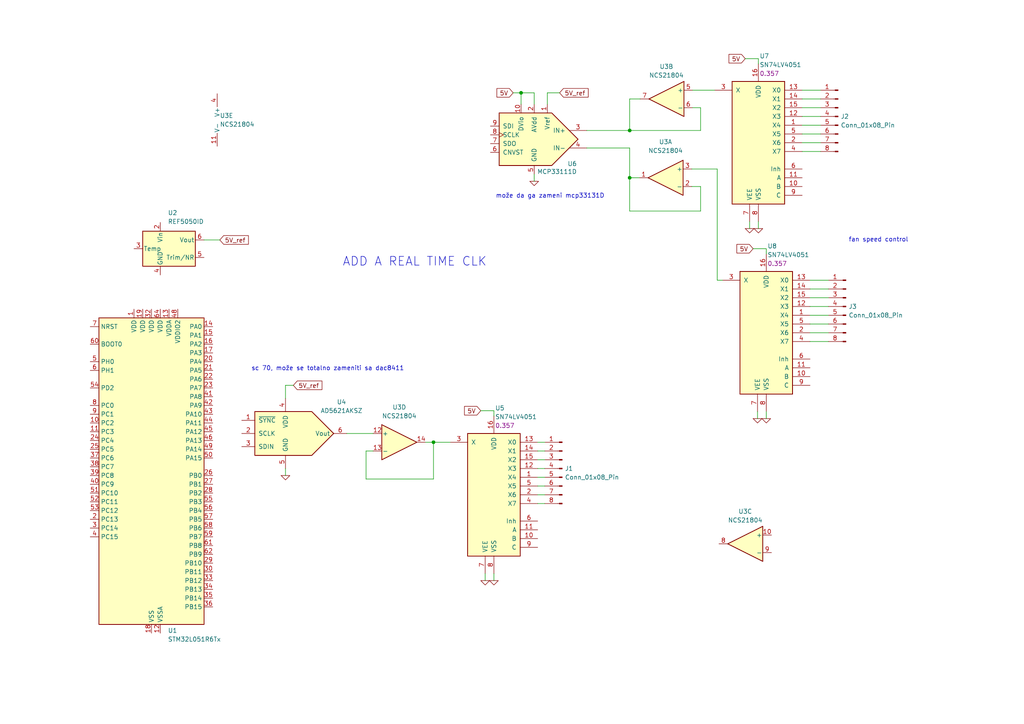
<source format=kicad_sch>
(kicad_sch (version 20230121) (generator eeschema)
  (paper "A4")
  (lib_symbols
    (symbol "Connector:Conn_01x08_Pin" (pin_names (offset 1.016) hide)
      (property "Reference" "J" (at 0 10.16 0))
      (property "Value" "Conn_01x08_Pin" (at 0 -12.7 0))
      (symbol "Conn_01x08_Pin_1_1"
        (polyline (pts (xy 1.27 -10.16) (xy 0.8636 -10.16)) (stroke (width 0.1524)))
        (polyline (pts (xy 1.27 -7.62) (xy 0.8636 -7.62)) (stroke (width 0.1524)))
        (polyline (pts (xy 1.27 -5.08) (xy 0.8636 -5.08)) (stroke (width 0.1524)))
        (polyline (pts (xy 1.27 -2.54) (xy 0.8636 -2.54)) (stroke (width 0.1524)))
        (polyline (pts (xy 1.27 0) (xy 0.8636 0)) (stroke (width 0.1524)))
        (polyline (pts (xy 1.27 2.54) (xy 0.8636 2.54)) (stroke (width 0.1524)))
        (polyline (pts (xy 1.27 5.08) (xy 0.8636 5.08)) (stroke (width 0.1524)))
        (polyline (pts (xy 1.27 7.62) (xy 0.8636 7.62)) (stroke (width 0.1524)))
        (rectangle (start 0.8636 -10.033) (end 0 -10.287) (stroke (width 0.1524)) (fill (type outline)))
        (rectangle (start 0.8636 -7.493) (end 0 -7.747) (stroke (width 0.1524)) (fill (type outline)))
        (rectangle (start 0.8636 -4.953) (end 0 -5.207) (stroke (width 0.1524)) (fill (type outline)))
        (rectangle (start 0.8636 -2.413) (end 0 -2.667) (stroke (width 0.1524)) (fill (type outline)))
        (rectangle (start 0.8636 0.127) (end 0 -0.127) (stroke (width 0.1524)) (fill (type outline)))
        (rectangle (start 0.8636 2.667) (end 0 2.413) (stroke (width 0.1524)) (fill (type outline)))
        (rectangle (start 0.8636 5.207) (end 0 4.953) (stroke (width 0.1524)) (fill (type outline)))
        (rectangle (start 0.8636 7.747) (end 0 7.493) (stroke (width 0.1524)) (fill (type outline)))
        (pin passive line (at 5.08 7.62 180) (length 3.81) (name "Pin_1") (number "1"))
        (pin passive line (at 5.08 5.08 180) (length 3.81) (name "Pin_2") (number "2"))
        (pin passive line (at 5.08 2.54 180) (length 3.81) (name "Pin_3") (number "3"))
        (pin passive line (at 5.08 0 180) (length 3.81) (name "Pin_4") (number "4"))
        (pin passive line (at 5.08 -2.54 180) (length 3.81) (name "Pin_5") (number "5"))
        (pin passive line (at 5.08 -5.08 180) (length 3.81) (name "Pin_6") (number "6"))
        (pin passive line (at 5.08 -7.62 180) (length 3.81) (name "Pin_7") (number "7"))
        (pin passive line (at 5.08 -10.16 180) (length 3.81) (name "Pin_8") (number "8"))
      )
    )
    (symbol "MCU_ST_STM32L0:STM32L051R6Tx"
      (property "Reference" "U" (at -15.24 46.99 0))
      (property "Value" "STM32L051R6Tx" (at 10.16 46.99 0))
      (symbol "STM32L051R6Tx_0_1"
        (rectangle (start -15.24 -43.18) (end 15.24 45.72) (stroke (width 0.254)) (fill (type background)))
      )
      (symbol "STM32L051R6Tx_1_1"
        (pin power_in line (at -5.08 48.26 270) (length 2.54) (name "VDD") (number "1"))
        (pin bidirectional line (at -17.78 15.24 0) (length 2.54) (name "PC2") (number "10"))
        (pin bidirectional line (at -17.78 12.7 0) (length 2.54) (name "PC3") (number "11"))
        (pin power_in line (at 2.54 -45.72 90) (length 2.54) (name "VSSA") (number "12"))
        (pin power_in line (at 5.08 48.26 270) (length 2.54) (name "VDDA") (number "13"))
        (pin bidirectional line (at 17.78 43.18 180) (length 2.54) (name "PA0") (number "14"))
        (pin bidirectional line (at 17.78 40.64 180) (length 2.54) (name "PA1") (number "15"))
        (pin bidirectional line (at 17.78 38.1 180) (length 2.54) (name "PA2") (number "16"))
        (pin bidirectional line (at 17.78 35.56 180) (length 2.54) (name "PA3") (number "17"))
        (pin power_in line (at 0 -45.72 90) (length 2.54) (name "VSS") (number "18"))
        (pin power_in line (at -2.54 48.26 270) (length 2.54) (name "VDD") (number "19"))
        (pin bidirectional line (at -17.78 -12.7 0) (length 2.54) (name "PC13") (number "2"))
        (pin bidirectional line (at 17.78 33.02 180) (length 2.54) (name "PA4") (number "20"))
        (pin bidirectional line (at 17.78 30.48 180) (length 2.54) (name "PA5") (number "21"))
        (pin bidirectional line (at 17.78 27.94 180) (length 2.54) (name "PA6") (number "22"))
        (pin bidirectional line (at 17.78 25.4 180) (length 2.54) (name "PA7") (number "23"))
        (pin bidirectional line (at -17.78 10.16 0) (length 2.54) (name "PC4") (number "24"))
        (pin bidirectional line (at -17.78 7.62 0) (length 2.54) (name "PC5") (number "25"))
        (pin bidirectional line (at 17.78 0 180) (length 2.54) (name "PB0") (number "26"))
        (pin bidirectional line (at 17.78 -2.54 180) (length 2.54) (name "PB1") (number "27"))
        (pin bidirectional line (at 17.78 -5.08 180) (length 2.54) (name "PB2") (number "28"))
        (pin bidirectional line (at 17.78 -25.4 180) (length 2.54) (name "PB10") (number "29"))
        (pin bidirectional line (at -17.78 -15.24 0) (length 2.54) (name "PC14") (number "3"))
        (pin bidirectional line (at 17.78 -27.94 180) (length 2.54) (name "PB11") (number "30"))
        (pin passive line (at 0 -45.72 90) (length 2.54) hide (name "VSS") (number "31"))
        (pin power_in line (at 0 48.26 270) (length 2.54) (name "VDD") (number "32"))
        (pin bidirectional line (at 17.78 -30.48 180) (length 2.54) (name "PB12") (number "33"))
        (pin bidirectional line (at 17.78 -33.02 180) (length 2.54) (name "PB13") (number "34"))
        (pin bidirectional line (at 17.78 -35.56 180) (length 2.54) (name "PB14") (number "35"))
        (pin bidirectional line (at 17.78 -38.1 180) (length 2.54) (name "PB15") (number "36"))
        (pin bidirectional line (at -17.78 5.08 0) (length 2.54) (name "PC6") (number "37"))
        (pin bidirectional line (at -17.78 2.54 0) (length 2.54) (name "PC7") (number "38"))
        (pin bidirectional line (at -17.78 0 0) (length 2.54) (name "PC8") (number "39"))
        (pin bidirectional line (at -17.78 -17.78 0) (length 2.54) (name "PC15") (number "4"))
        (pin bidirectional line (at -17.78 -2.54 0) (length 2.54) (name "PC9") (number "40"))
        (pin bidirectional line (at 17.78 22.86 180) (length 2.54) (name "PA8") (number "41"))
        (pin bidirectional line (at 17.78 20.32 180) (length 2.54) (name "PA9") (number "42"))
        (pin bidirectional line (at 17.78 17.78 180) (length 2.54) (name "PA10") (number "43"))
        (pin bidirectional line (at 17.78 15.24 180) (length 2.54) (name "PA11") (number "44"))
        (pin bidirectional line (at 17.78 12.7 180) (length 2.54) (name "PA12") (number "45"))
        (pin bidirectional line (at 17.78 10.16 180) (length 2.54) (name "PA13") (number "46"))
        (pin passive line (at 0 -45.72 90) (length 2.54) hide (name "VSS") (number "47"))
        (pin power_in line (at 7.62 48.26 270) (length 2.54) (name "VDDIO2") (number "48"))
        (pin bidirectional line (at 17.78 7.62 180) (length 2.54) (name "PA14") (number "49"))
        (pin bidirectional line (at -17.78 33.02 0) (length 2.54) (name "PH0") (number "5"))
        (pin bidirectional line (at 17.78 5.08 180) (length 2.54) (name "PA15") (number "50"))
        (pin bidirectional line (at -17.78 -5.08 0) (length 2.54) (name "PC10") (number "51"))
        (pin bidirectional line (at -17.78 -7.62 0) (length 2.54) (name "PC11") (number "52"))
        (pin bidirectional line (at -17.78 -10.16 0) (length 2.54) (name "PC12") (number "53"))
        (pin bidirectional line (at -17.78 25.4 0) (length 2.54) (name "PD2") (number "54"))
        (pin bidirectional line (at 17.78 -7.62 180) (length 2.54) (name "PB3") (number "55"))
        (pin bidirectional line (at 17.78 -10.16 180) (length 2.54) (name "PB4") (number "56"))
        (pin bidirectional line (at 17.78 -12.7 180) (length 2.54) (name "PB5") (number "57"))
        (pin bidirectional line (at 17.78 -15.24 180) (length 2.54) (name "PB6") (number "58"))
        (pin bidirectional line (at 17.78 -17.78 180) (length 2.54) (name "PB7") (number "59"))
        (pin bidirectional line (at -17.78 30.48 0) (length 2.54) (name "PH1") (number "6"))
        (pin input line (at -17.78 38.1 0) (length 2.54) (name "BOOT0") (number "60"))
        (pin bidirectional line (at 17.78 -20.32 180) (length 2.54) (name "PB8") (number "61"))
        (pin bidirectional line (at 17.78 -22.86 180) (length 2.54) (name "PB9") (number "62"))
        (pin passive line (at 0 -45.72 90) (length 2.54) hide (name "VSS") (number "63"))
        (pin power_in line (at 2.54 48.26 270) (length 2.54) (name "VDD") (number "64"))
        (pin input line (at -17.78 43.18 0) (length 2.54) (name "NRST") (number "7"))
        (pin bidirectional line (at -17.78 20.32 0) (length 2.54) (name "PC0") (number "8"))
        (pin bidirectional line (at -17.78 17.78 0) (length 2.54) (name "PC1") (number "9"))
      )
    )
    (symbol "SPICE_ADC:MCP33111D" (pin_names (offset 1.016))
      (property "Reference" "U" (at 5.08 11.43 0))
      (property "Value" "MCP33111D" (at 5.08 8.89 0))
      (symbol "MCP33111D_0_0"
        (polyline (pts (xy -12.7 0) (xy -5.08 7.62) (xy 10.16 7.62) (xy 10.16 -7.62) (xy -5.08 -7.62) (xy -12.7 0)) (stroke (width 0.254)) (fill (type background)))
      )
      (symbol "MCP33111D_1_1"
        (pin power_in line (at -3.81 10.16 270) (length 2.54) (name "Vref") (number "1"))
        (pin power_in line (at 3.81 10.16 270) (length 2.54) (name "DVio") (number "10"))
        (pin power_in line (at 0 10.16 270) (length 2.54) (name "AVdd") (number "2"))
        (pin input line (at -15.24 2.54 0) (length 5.08) (name "IN+") (number "3"))
        (pin input line (at -15.24 -2.54 0) (length 5.08) (name "IN-") (number "4"))
        (pin power_in line (at 0 -10.16 90) (length 2.54) (name "GND") (number "5"))
        (pin input line (at 12.7 -3.81 180) (length 2.54) (name "CNVST") (number "6"))
        (pin input line (at 12.7 -1.27 180) (length 2.54) (name "SDO") (number "7"))
        (pin input clock (at 12.7 1.27 180) (length 2.54) (name "SCLK") (number "8"))
        (pin output line (at 12.7 3.81 180) (length 2.54) (name "SDI") (number "9"))
      )
    )
    (symbol "SPICE_Analog_Switch:SN74LV4051" (pin_names (offset 1.016))
      (property "Reference" "U" (at -7.62 19.05 0))
      (property "Value" "SN74LV4051" (at -7.62 -19.05 0))
      (property "Price" "0.357" (at 0 0 0))
      (symbol "SN74LV4051_1_0"
        (pin passive line (at -12.7 5.08 0) (length 5.08) (name "X4") (number "1"))
        (pin input line (at -12.7 -12.7 0) (length 5.08) (name "B") (number "10"))
        (pin input line (at -12.7 -10.16 0) (length 5.08) (name "A") (number "11"))
        (pin passive line (at -12.7 7.62 0) (length 5.08) (name "X3") (number "12"))
        (pin passive line (at -12.7 15.24 0) (length 5.08) (name "X0") (number "13"))
        (pin passive line (at -12.7 12.7 0) (length 5.08) (name "X1") (number "14"))
        (pin passive line (at -12.7 10.16 0) (length 5.08) (name "X2") (number "15"))
        (pin power_in line (at 0 22.86 270) (length 5.08) (name "VDD") (number "16"))
        (pin passive line (at -12.7 0 0) (length 5.08) (name "X6") (number "2"))
        (pin passive line (at 12.7 15.24 180) (length 5.08) (name "X") (number "3"))
        (pin passive line (at -12.7 -2.54 0) (length 5.08) (name "X7") (number "4"))
        (pin passive line (at -12.7 2.54 0) (length 5.08) (name "X5") (number "5"))
        (pin input line (at -12.7 -7.62 0) (length 5.08) (name "Inh") (number "6"))
        (pin power_in line (at 2.54 -22.86 90) (length 5.08) (name "VEE") (number "7"))
        (pin power_in line (at 0 -22.86 90) (length 5.08) (name "VSS") (number "8"))
        (pin input line (at -12.7 -15.24 0) (length 5.08) (name "C") (number "9"))
      )
      (symbol "SN74LV4051_1_1"
        (rectangle (start -7.62 17.78) (end 7.62 -17.78) (stroke (width 0.254)) (fill (type background)))
      )
    )
    (symbol "SPICE_DAC:AD5621" (pin_names (offset 1.016))
      (property "Reference" "U" (at -11.43 7.62 0))
      (property "Value" "AD5621AKSZ" (at 0 7.62 0))
      (symbol "AD5621_0_1"
        (polyline (pts (xy -11.43 6.35) (xy 5.08 6.35) (xy 11.43 0) (xy 5.08 -6.35) (xy -11.43 -6.35) (xy -11.43 6.35)) (stroke (width 0.254)) (fill (type background)))
      )
      (symbol "AD5621_1_1"
        (pin input line (at -15.24 3.81 0) (length 3.81) (name "~{SYNC}") (number "1"))
        (pin input line (at -15.24 0 0) (length 3.81) (name "SCLK") (number "2"))
        (pin input line (at -15.24 -3.81 0) (length 3.81) (name "SDIN") (number "3"))
        (pin power_in line (at -2.54 10.16 270) (length 3.81) (name "VDD") (number "4"))
        (pin power_in line (at -2.54 -10.16 90) (length 3.81) (name "GND") (number "5"))
        (pin passive line (at 15.24 0 180) (length 3.81) (name "Vout") (number "6"))
      )
    )
    (symbol "SPICE_opamps:NCS21804" (pin_names (offset 0.127))
      (property "Reference" "U" (at 2.54 6.35 0))
      (property "Value" "NCS21804" (at 2.54 3.81 0))
      (symbol "NCS21804_1_1"
        (polyline (pts (xy 5.08 0) (xy -5.08 5.08) (xy -5.08 -5.08) (xy 5.08 0)) (stroke (width 0.254)) (fill (type background)))
        (pin output line (at 7.62 0 180) (length 2.54) (name "~") (number "1"))
        (pin input line (at -7.62 -2.54 0) (length 2.54) (name "-") (number "2"))
        (pin input line (at -7.62 2.54 0) (length 2.54) (name "+") (number "3"))
      )
      (symbol "NCS21804_2_1"
        (polyline (pts (xy -5.08 5.08) (xy -5.08 -5.08) (xy 5.08 0) (xy -5.08 5.08)) (stroke (width 0.254)) (fill (type background)))
        (pin input line (at -7.62 2.54 0) (length 2.54) (name "+") (number "5"))
        (pin input line (at -7.62 -2.54 0) (length 2.54) (name "-") (number "6"))
        (pin output line (at 7.62 0 180) (length 2.54) (name "~") (number "7"))
      )
      (symbol "NCS21804_3_1"
        (polyline (pts (xy 5.08 0) (xy -5.08 5.08) (xy -5.08 -5.08) (xy 5.08 0)) (stroke (width 0.254)) (fill (type background)))
        (pin input line (at -7.62 2.54 0) (length 2.54) (name "+") (number "10"))
        (pin output line (at 7.62 0 180) (length 2.54) (name "~") (number "8"))
        (pin input line (at -7.62 -2.54 0) (length 2.54) (name "-") (number "9"))
      )
      (symbol "NCS21804_4_1"
        (polyline (pts (xy -5.08 5.08) (xy 5.08 0) (xy -5.08 -5.08) (xy -5.08 5.08)) (stroke (width 0.254)) (fill (type background)))
        (pin input line (at -7.62 2.54 0) (length 2.54) (name "+") (number "12"))
        (pin input line (at -7.62 -2.54 0) (length 2.54) (name "-") (number "13"))
        (pin output line (at 7.62 0 180) (length 2.54) (name "~") (number "14"))
      )
      (symbol "NCS21804_5_1"
        (pin power_in line (at 0 -7.62 90) (length 3.81) (name "V-") (number "11"))
        (pin power_in line (at 0 7.62 270) (length 3.81) (name "V+") (number "4"))
      )
    )
    (symbol "SPICE_voltage_references:REF5050ID" (pin_names (offset 0.254))
      (property "Reference" "U" (at -1.27 8.255 0))
      (property "Value" "REF5050ID" (at -1.27 6.35 0))
      (symbol "REF5050ID_0_1"
        (rectangle (start -7.62 5.08) (end 7.62 -5.08) (stroke (width 0.254)) (fill (type background)))
      )
      (symbol "REF5050ID_1_1"
        (pin no_connect line (at -7.62 2.54 0) (length 2.54) hide (name "DNC") (number "1"))
        (pin power_in line (at -2.54 7.62 270) (length 2.54) (name "Vin") (number "2"))
        (pin passive line (at -10.16 0 0) (length 2.54) (name "Temp") (number "3"))
        (pin power_in line (at -2.54 -7.62 90) (length 2.54) (name "GND") (number "4"))
        (pin passive line (at 10.16 -2.54 180) (length 2.54) (name "Trim/NR") (number "5"))
        (pin power_out line (at 10.16 2.54 180) (length 2.54) (name "Vout") (number "6"))
        (pin no_connect line (at -5.08 -5.08 90) (length 2.54) hide (name "NC") (number "7"))
        (pin no_connect line (at 7.62 0 180) (length 2.54) hide (name "DNC") (number "8"))
      )
    )
    (symbol "Simulation_SPICE:0" (power) (pin_names (offset 0))
      (property "Value" "0" (at 0 -1.778 0))
      (symbol "0_0_1"
        (polyline (pts (xy -1.27 0) (xy 0 -1.27) (xy 1.27 0) (xy -1.27 0)))
      )
      (symbol "0_1_1"
        (pin power_in line (at 0 0 0) (length 0) hide (name "0") (number "1"))
      )
    )
  )
  (junction (at 182.626 37.846))
  (junction (at 151.13 26.924))
  (junction (at 125.73 128.27))
  (junction (at 182.626 51.562))
  (wire (pts (xy 208.026 81.28) (xy 209.55 81.28)))
  (wire (pts (xy 240.284 93.98) (xy 234.95 93.98)))
  (wire (pts (xy 143.256 119.126) (xy 143.256 120.65)))
  (wire (pts (xy 157.988 133.35) (xy 155.956 133.35)))
  (wire (pts (xy 100.584 125.73) (xy 108.204 125.73)))
  (wire (pts (xy 139.446 119.126) (xy 143.256 119.126)))
  (wire (pts (xy 240.284 96.52) (xy 234.95 96.52)))
  (wire (pts (xy 222.25 119.38) (xy 222.25 121.412)))
  (wire (pts (xy 203.2 54.102) (xy 203.2 61.214)))
  (wire (pts (xy 237.998 33.782) (xy 232.664 33.782)))
  (wire (pts (xy 219.964 17.018) (xy 219.964 18.542)))
  (wire (pts (xy 157.988 146.05) (xy 155.956 146.05)))
  (wire (pts (xy 200.66 54.102) (xy 203.2 54.102)))
  (wire (pts (xy 151.13 26.924) (xy 154.94 26.924)))
  (wire (pts (xy 157.988 130.81) (xy 155.956 130.81)))
  (wire (pts (xy 217.424 64.262) (xy 217.424 66.294)))
  (wire (pts (xy 82.804 111.76) (xy 82.804 115.57)))
  (wire (pts (xy 240.284 86.36) (xy 234.95 86.36)))
  (wire (pts (xy 85.09 111.76) (xy 82.804 111.76)))
  (wire (pts (xy 154.94 26.924) (xy 154.94 30.226)))
  (wire (pts (xy 237.998 26.162) (xy 232.664 26.162)))
  (wire (pts (xy 157.988 135.89) (xy 155.956 135.89)))
  (wire (pts (xy 82.804 135.89) (xy 82.804 137.922)))
  (wire (pts (xy 63.754 69.596) (xy 59.182 69.596)))
  (wire (pts (xy 162.306 26.924) (xy 158.75 26.924)))
  (wire (pts (xy 237.998 41.402) (xy 232.664 41.402)))
  (wire (pts (xy 240.284 81.28) (xy 234.95 81.28)))
  (wire (pts (xy 185.674 28.702) (xy 182.626 28.702)))
  (wire (pts (xy 170.18 37.846) (xy 182.626 37.846)))
  (wire (pts (xy 151.13 26.924) (xy 151.13 30.226)))
  (wire (pts (xy 130.556 128.27) (xy 125.73 128.27)))
  (wire (pts (xy 222.25 72.136) (xy 222.25 73.66)))
  (wire (pts (xy 148.844 26.924) (xy 151.13 26.924)))
  (wire (pts (xy 237.998 43.942) (xy 232.664 43.942)))
  (wire (pts (xy 106.172 130.81) (xy 106.172 138.938)))
  (wire (pts (xy 106.172 138.938) (xy 125.73 138.938)))
  (wire (pts (xy 158.75 26.924) (xy 158.75 30.226)))
  (wire (pts (xy 182.626 42.926) (xy 182.626 51.562)))
  (wire (pts (xy 182.626 37.846) (xy 203.2 37.846)))
  (wire (pts (xy 203.2 61.214) (xy 182.626 61.214)))
  (wire (pts (xy 208.026 49.022) (xy 208.026 81.28)))
  (wire (pts (xy 240.284 91.44) (xy 234.95 91.44)))
  (wire (pts (xy 219.71 119.38) (xy 219.71 121.412)))
  (wire (pts (xy 140.716 166.37) (xy 140.716 168.402)))
  (wire (pts (xy 182.626 61.214) (xy 182.626 51.562)))
  (wire (pts (xy 200.914 26.162) (xy 207.264 26.162)))
  (wire (pts (xy 203.2 31.242) (xy 200.914 31.242)))
  (wire (pts (xy 237.998 38.862) (xy 232.664 38.862)))
  (wire (pts (xy 157.988 128.27) (xy 155.956 128.27)))
  (wire (pts (xy 157.988 143.51) (xy 155.956 143.51)))
  (wire (pts (xy 237.998 31.242) (xy 232.664 31.242)))
  (wire (pts (xy 182.626 51.562) (xy 185.42 51.562)))
  (wire (pts (xy 216.154 17.018) (xy 219.964 17.018)))
  (wire (pts (xy 108.204 130.81) (xy 106.172 130.81)))
  (wire (pts (xy 237.998 36.322) (xy 232.664 36.322)))
  (wire (pts (xy 218.44 72.136) (xy 222.25 72.136)))
  (wire (pts (xy 125.73 128.27) (xy 123.444 128.27)))
  (wire (pts (xy 182.626 37.846) (xy 182.626 28.702)))
  (wire (pts (xy 154.94 50.546) (xy 154.94 52.578)))
  (wire (pts (xy 157.988 138.43) (xy 155.956 138.43)))
  (wire (pts (xy 240.284 99.06) (xy 234.95 99.06)))
  (wire (pts (xy 237.998 28.702) (xy 232.664 28.702)))
  (wire (pts (xy 125.73 138.938) (xy 125.73 128.27)))
  (wire (pts (xy 240.284 88.9) (xy 234.95 88.9)))
  (wire (pts (xy 219.964 64.262) (xy 219.964 66.294)))
  (wire (pts (xy 143.256 166.37) (xy 143.256 168.402)))
  (wire (pts (xy 240.284 83.82) (xy 234.95 83.82)))
  (wire (pts (xy 203.2 37.846) (xy 203.2 31.242)))
  (wire (pts (xy 200.66 49.022) (xy 208.026 49.022)))
  (wire (pts (xy 170.18 42.926) (xy 182.626 42.926)))
  (wire (pts (xy 157.988 140.97) (xy 155.956 140.97)))
  (text "sc 70, može se totalno zameniti sa dac8411\n" (at 72.898 107.696 0) (effects (font (size 1.27 1.27)) (justify left bottom)))
  (text "ADD A REAL TIME CLK" (at 99.314 77.47 0) (effects (font (size 2.54 2.54)) (justify left bottom)))
  (text "fan speed control" (at 246.126 70.358 0) (effects (font (size 1.27 1.27)) (justify left bottom)))
  (text "može da ga zameni mcp33131D" (at 143.764 57.658 0) (effects (font (size 1.27 1.27)) (justify left bottom)))
  (global_label "5V_ref" (shape input) (at 85.09 111.76 0) (property "Intersheetrefs" "${INTERSHEET_REFS}" (effects hide)))
  (global_label "5V" (shape input) (at 139.446 119.126 180) (property "Intersheetrefs" "${INTERSHEET_REFS}" (effects hide)))
  (global_label "5V_ref" (shape input) (at 162.306 26.924 0) (property "Intersheetrefs" "${INTERSHEET_REFS}" (effects hide)))
  (global_label "5V_ref" (shape input) (at 63.754 69.596 0) (property "Intersheetrefs" "${INTERSHEET_REFS}" (effects hide)))
  (global_label "5V" (shape input) (at 218.44 72.136 180) (property "Intersheetrefs" "${INTERSHEET_REFS}" (effects hide)))
  (global_label "5V" (shape input) (at 216.154 17.018 180) (property "Intersheetrefs" "${INTERSHEET_REFS}" (effects hide)))
  (global_label "5V" (shape input) (at 148.844 26.924 180) (property "Intersheetrefs" "${INTERSHEET_REFS}" (effects hide)))
  (symbol (lib_id "Simulation_SPICE:0") (at 154.94 52.578 0) (unit 1)
    (property "Reference" "#GND04" (effects hide))
    (property "Value" "0" (effects hide))
  )
  (symbol (lib_id "SPICE_Analog_Switch:SN74LV4051") (at 219.964 41.402 0) (mirror y) (unit 1)
    (property "Reference" "U7" (at 220.3099 16.256 0) (effects (justify right)))
    (property "Value" "SN74LV4051" (at 220.3099 18.796 0) (effects (justify right)))
    (property "Footprint" "Package_SO:SOIC-16_3.9x9.9mm_P1.27mm" (effects hide))
    (property "Datasheet" "http://www.intersil.com/content/dam/Intersil/documents/cd40/cd4051bms-52bms-53bms.pdf" (effects hide))
    (property "Price" "0.357" (at 220.3099 21.336 0) (effects (justify right)))
  )
  (symbol (lib_id "Connector:Conn_01x08_Pin") (at 243.078 33.782 0) (mirror y) (unit 1)
    (property "Reference" "J2" (at 243.84 33.782 0) (effects (justify right)))
    (property "Value" "Conn_01x08_Pin" (at 243.84 36.322 0) (effects (justify right)))
    (property "Footprint" "Connector_PinHeader_2.54mm:PinHeader_1x08_P2.54mm_Vertical" (effects hide))
  )
  (symbol (lib_id "SPICE_opamps:NCS21804") (at 193.294 28.702 0) (mirror y) (unit 2)
    (property "Reference" "U3" (at 193.294 19.304 0))
    (property "Value" "NCS21804" (at 193.294 21.844 0))
    (property "Footprint" "Package_SO:TSSOP-14_4.4x5mm_P0.65mm" (effects hide))
    (property "Datasheet" "http://www.onsemi.com/pub/Collateral/NCS325-D.PDF" (effects hide))
    (property "Sim.Library" "/home/ostoja/KiCad/models/opamps/NCS21804.lib" (effects hide))
    (property "Sim.Name" "NCS21804" (effects hide))
    (property "Sim.Device" "SUBCKT" (effects hide))
    (property "Sim.Pins" "1=OUT1 2=IN1- 3=IN1+ 4=VCC 5=IN2+ 6=IN2- 7=OUT2 8=OUT3 9=IN3- 10=IN3+ 11=VEE 12=IN4+ 13=IN4- 14=OUT4" (effects hide))
    (property "Price" "1.91" (effects hide))
  )
  (symbol (lib_id "SPICE_Analog_Switch:SN74LV4051") (at 222.25 96.52 0) (mirror y) (unit 1)
    (property "Reference" "U8" (at 222.5959 71.374 0) (effects (justify right)))
    (property "Value" "SN74LV4051" (at 222.5959 73.914 0) (effects (justify right)))
    (property "Footprint" "Package_SO:SOIC-16_3.9x9.9mm_P1.27mm" (effects hide))
    (property "Datasheet" "http://www.intersil.com/content/dam/Intersil/documents/cd40/cd4051bms-52bms-53bms.pdf" (effects hide))
    (property "Price" "0.357" (at 222.5959 76.454 0) (effects (justify right)))
  )
  (symbol (lib_id "Simulation_SPICE:0") (at 217.424 66.294 0) (unit 1)
    (property "Reference" "#GND05" (effects hide))
    (property "Value" "0" (effects hide))
  )
  (symbol (lib_id "SPICE_Analog_Switch:SN74LV4051") (at 143.256 143.51 0) (mirror y) (unit 1)
    (property "Reference" "U5" (at 143.6019 118.364 0) (effects (justify right)))
    (property "Value" "SN74LV4051" (at 143.6019 120.904 0) (effects (justify right)))
    (property "Footprint" "Package_SO:SOIC-16_3.9x9.9mm_P1.27mm" (effects hide))
    (property "Datasheet" "http://www.intersil.com/content/dam/Intersil/documents/cd40/cd4051bms-52bms-53bms.pdf" (effects hide))
    (property "Price" "0.357" (at 143.6019 123.444 0) (effects (justify right)))
  )
  (symbol (lib_id "SPICE_voltage_references:REF5050ID") (at 49.022 72.136 0) (unit 1)
    (property "Reference" "U2" (at 48.6761 61.722 0) (effects (justify left)))
    (property "Value" "REF5050ID" (at 48.6761 64.262 0) (effects (justify left)))
    (property "Footprint" "Package_SO:SOIC-8_3.9x4.9mm_P1.27mm" (effects hide))
    (property "Datasheet" "http://www.ti.com/lit/ds/symlink/ref5030.pdf" (effects hide))
    (property "Price" "2.28" (effects hide))
  )
  (symbol (lib_id "SPICE_ADC:MCP33111D") (at 154.94 40.386 0) (mirror y) (unit 1)
    (property "Reference" "U6" (at 164.592 47.498 0) (effects (justify right)))
    (property "Value" "MCP33111D" (at 155.7939 49.784 0) (effects (justify right)))
    (property "Footprint" "Package_SO:MSOP-10_3x3mm_P0.5mm" (effects hide))
    (property "Datasheet" "http://ww1.microchip.com/downloads/en/DeviceDoc/21700D.pdf" (effects hide))
    (property "Price" "3.08" (effects hide))
  )
  (symbol (lib_id "Connector:Conn_01x08_Pin") (at 163.068 135.89 0) (mirror y) (unit 1)
    (property "Reference" "J1" (at 163.83 135.89 0) (effects (justify right)))
    (property "Value" "Conn_01x08_Pin" (at 163.83 138.43 0) (effects (justify right)))
    (property "Footprint" "Connector_PinHeader_2.54mm:PinHeader_1x08_P2.54mm_Vertical" (effects hide))
  )
  (symbol (lib_id "SPICE_DAC:AD5621") (at 85.344 125.73 0) (unit 1)
    (property "Reference" "U4" (at 99.06 116.586 0))
    (property "Value" "AD5621AKSZ" (at 99.06 119.126 0))
    (property "Footprint" "Package_TO_SOT_SMD:SOT-363_SC-70-6_Handsoldering" (effects hide))
    (property "Datasheet" "http://ww1.microchip.com/downloads/en/devicedoc/21897a.pdf" (effects hide))
    (property "Price" "2.39" (effects hide))
  )
  (symbol (lib_id "SPICE_opamps:NCS21804") (at 115.824 128.27 0) (unit 4)
    (property "Reference" "U3" (at 115.824 118.11 0))
    (property "Value" "NCS21804" (at 115.824 120.65 0))
    (property "Footprint" "Package_SO:TSSOP-14_4.4x5mm_P0.65mm" (effects hide))
    (property "Datasheet" "http://www.onsemi.com/pub/Collateral/NCS325-D.PDF" (effects hide))
    (property "Sim.Library" "/home/ostoja/KiCad/models/opamps/NCS21804.lib" (effects hide))
    (property "Sim.Name" "NCS21804" (effects hide))
    (property "Sim.Device" "SUBCKT" (effects hide))
    (property "Sim.Pins" "1=OUT1 2=IN1- 3=IN1+ 4=VCC 5=IN2+ 6=IN2- 7=OUT2 8=OUT3 9=IN3- 10=IN3+ 11=VEE 12=IN4+ 13=IN4- 14=OUT4" (effects hide))
    (property "Price" "1.91" (effects hide))
  )
  (symbol (lib_id "Simulation_SPICE:0") (at 140.716 168.402 0) (unit 1)
    (property "Reference" "#GND02" (effects hide))
    (property "Value" "0" (effects hide))
  )
  (symbol (lib_id "Simulation_SPICE:0") (at 222.25 121.412 0) (unit 1)
    (property "Reference" "#GND08" (effects hide))
    (property "Value" "0" (effects hide))
  )
  (symbol (lib_id "SPICE_opamps:NCS21804") (at 193.04 51.562 0) (mirror y) (unit 1)
    (property "Reference" "U3" (at 193.04 41.148 0))
    (property "Value" "NCS21804" (at 193.04 43.688 0))
    (property "Footprint" "Package_SO:TSSOP-14_4.4x5mm_P0.65mm" (effects hide))
    (property "Datasheet" "http://www.onsemi.com/pub/Collateral/NCS325-D.PDF" (effects hide))
    (property "Sim.Library" "/home/ostoja/KiCad/models/opamps/NCS21804.lib" (effects hide))
    (property "Sim.Name" "NCS21804" (effects hide))
    (property "Sim.Device" "SUBCKT" (effects hide))
    (property "Sim.Pins" "1=OUT1 2=IN1- 3=IN1+ 4=VCC 5=IN2+ 6=IN2- 7=OUT2 8=OUT3 9=IN3- 10=IN3+ 11=VEE 12=IN4+ 13=IN4- 14=OUT4" (effects hide))
    (property "Price" "1.91" (effects hide))
  )
  (symbol (lib_id "Simulation_SPICE:0") (at 219.964 66.294 0) (unit 1)
    (property "Reference" "#GND07" (effects hide))
    (property "Value" "0" (effects hide))
  )
  (symbol (lib_id "Connector:Conn_01x08_Pin") (at 245.364 88.9 0) (mirror y) (unit 1)
    (property "Reference" "J3" (at 246.126 88.9 0) (effects (justify right)))
    (property "Value" "Conn_01x08_Pin" (at 246.126 91.44 0) (effects (justify right)))
    (property "Footprint" "Connector_PinHeader_2.54mm:PinHeader_1x08_P2.54mm_Vertical" (effects hide))
  )
  (symbol (lib_id "Simulation_SPICE:0") (at 219.71 121.412 0) (unit 1)
    (property "Reference" "#GND06" (effects hide))
    (property "Value" "0" (effects hide))
  )
  (symbol (lib_id "Simulation_SPICE:0") (at 143.256 168.402 0) (unit 1)
    (property "Reference" "#GND03" (effects hide))
    (property "Value" "0" (effects hide))
  )
  (symbol (lib_id "Simulation_SPICE:0") (at 82.804 137.922 0) (unit 1)
    (property "Reference" "#GND01" (effects hide))
    (property "Value" "0" (effects hide))
  )
  (symbol (lib_id "SPICE_opamps:NCS21804") (at 216.154 157.734 0) (mirror y) (unit 3)
    (property "Reference" "U3" (at 216.154 148.336 0))
    (property "Value" "NCS21804" (at 216.154 150.876 0))
    (property "Footprint" "Package_SO:TSSOP-14_4.4x5mm_P0.65mm" (effects hide))
    (property "Datasheet" "http://www.onsemi.com/pub/Collateral/NCS325-D.PDF" (effects hide))
    (property "Sim.Library" "/home/ostoja/KiCad/models/opamps/NCS21804.lib" (effects hide))
    (property "Sim.Name" "NCS21804" (effects hide))
    (property "Sim.Device" "SUBCKT" (effects hide))
    (property "Sim.Pins" "1=OUT1 2=IN1- 3=IN1+ 4=VCC 5=IN2+ 6=IN2- 7=OUT2 8=OUT3 9=IN3- 10=IN3+ 11=VEE 12=IN4+ 13=IN4- 14=OUT4" (effects hide))
    (property "Price" "1.91" (effects hide))
  )
  (symbol (lib_id "SPICE_opamps:NCS21804") (at 62.992 34.798 0) (mirror y) (unit 5)
    (property "Reference" "U3" (at 63.754 33.528 0) (effects (justify right)))
    (property "Value" "NCS21804" (at 63.754 36.068 0) (effects (justify right)))
    (property "Footprint" "Package_SO:TSSOP-14_4.4x5mm_P0.65mm" (effects hide))
    (property "Datasheet" "http://www.onsemi.com/pub/Collateral/NCS325-D.PDF" (effects hide))
    (property "Sim.Library" "/home/ostoja/KiCad/models/opamps/NCS21804.lib" (effects hide))
    (property "Sim.Name" "NCS21804" (effects hide))
    (property "Sim.Device" "SUBCKT" (effects hide))
    (property "Sim.Pins" "1=OUT1 2=IN1- 3=IN1+ 4=VCC 5=IN2+ 6=IN2- 7=OUT2 8=OUT3 9=IN3- 10=IN3+ 11=VEE 12=IN4+ 13=IN4- 14=OUT4" (effects hide))
    (property "Price" "1.91" (effects hide))
  )
  (symbol (lib_id "MCU_ST_STM32L0:STM32L051R6Tx") (at 43.942 137.922 0) (unit 1)
    (property "Reference" "U1" (at 48.6761 182.88 0) (effects (justify left)))
    (property "Value" "STM32L051R6Tx" (at 48.6761 185.42 0) (effects (justify left)))
    (property "Footprint" "Package_QFP:LQFP-64_10x10mm_P0.5mm" (effects hide))
    (property "Datasheet" "https://www.st.com/resource/en/datasheet/stm32l051r6.pdf" (effects hide))
    (property "Price" "4.07" (effects hide))
  )
)
</source>
